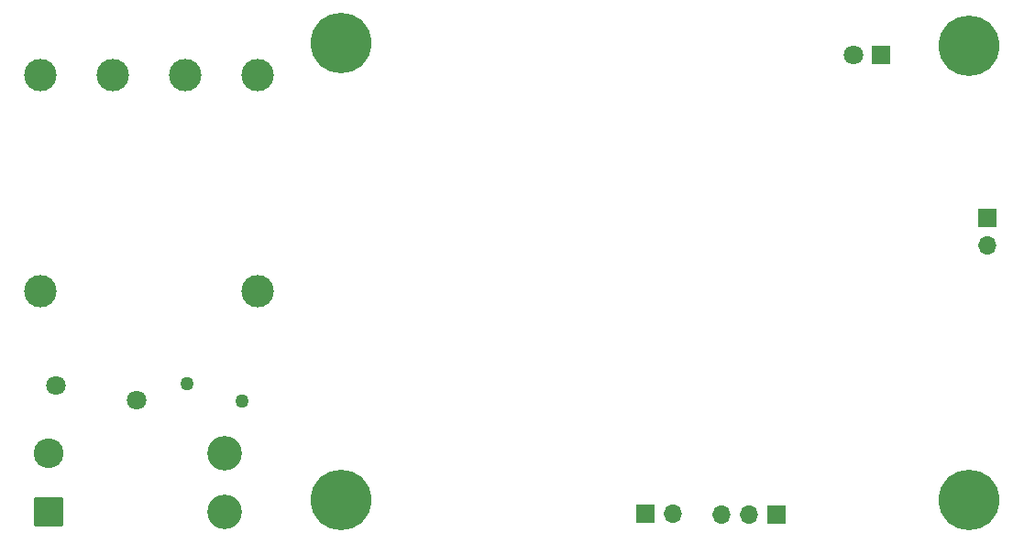
<source format=gbr>
%TF.GenerationSoftware,KiCad,Pcbnew,9.0.0*%
%TF.CreationDate,2025-04-27T17:39:42+02:00*%
%TF.ProjectId,RIAA_preamp,52494141-5f70-4726-9561-6d702e6b6963,rev?*%
%TF.SameCoordinates,Original*%
%TF.FileFunction,Soldermask,Bot*%
%TF.FilePolarity,Negative*%
%FSLAX46Y46*%
G04 Gerber Fmt 4.6, Leading zero omitted, Abs format (unit mm)*
G04 Created by KiCad (PCBNEW 9.0.0) date 2025-04-27 17:39:42*
%MOMM*%
%LPD*%
G01*
G04 APERTURE LIST*
G04 Aperture macros list*
%AMRoundRect*
0 Rectangle with rounded corners*
0 $1 Rounding radius*
0 $2 $3 $4 $5 $6 $7 $8 $9 X,Y pos of 4 corners*
0 Add a 4 corners polygon primitive as box body*
4,1,4,$2,$3,$4,$5,$6,$7,$8,$9,$2,$3,0*
0 Add four circle primitives for the rounded corners*
1,1,$1+$1,$2,$3*
1,1,$1+$1,$4,$5*
1,1,$1+$1,$6,$7*
1,1,$1+$1,$8,$9*
0 Add four rect primitives between the rounded corners*
20,1,$1+$1,$2,$3,$4,$5,0*
20,1,$1+$1,$4,$5,$6,$7,0*
20,1,$1+$1,$6,$7,$8,$9,0*
20,1,$1+$1,$8,$9,$2,$3,0*%
G04 Aperture macros list end*
%ADD10C,5.600000*%
%ADD11C,1.800000*%
%ADD12R,1.800000X1.800000*%
%ADD13C,3.200000*%
%ADD14RoundRect,0.250000X1.125000X-1.125000X1.125000X1.125000X-1.125000X1.125000X-1.125000X-1.125000X0*%
%ADD15C,2.750000*%
%ADD16R,1.700000X1.700000*%
%ADD17O,1.700000X1.700000*%
%ADD18C,3.000000*%
%ADD19C,1.270000*%
G04 APERTURE END LIST*
D10*
%TO.C,H2*%
X106500000Y-81700000D03*
%TD*%
D11*
%TO.C,RV1*%
X87648000Y-72494000D03*
X80148000Y-71094000D03*
%TD*%
D12*
%TO.C,D5*%
X156375000Y-40600000D03*
D11*
X153835000Y-40600000D03*
%TD*%
D10*
%TO.C,H1*%
X106500000Y-39450000D03*
%TD*%
%TO.C,H4*%
X164500000Y-81700000D03*
%TD*%
%TO.C,H3*%
X164500000Y-39700000D03*
%TD*%
D13*
%TO.C,J4*%
X95709000Y-82782000D03*
X95709000Y-77382000D03*
D14*
X79509000Y-82782000D03*
D15*
X79509000Y-77382000D03*
%TD*%
D16*
%TO.C,J2*%
X134625000Y-83000000D03*
D17*
X137165000Y-83000000D03*
%TD*%
D18*
%TO.C,T1*%
X78750000Y-62450000D03*
X98750000Y-62450000D03*
X98750000Y-42450000D03*
X92083333Y-42450000D03*
X85416667Y-42450000D03*
X78750000Y-42450000D03*
%TD*%
D19*
%TO.C,F1*%
X97370000Y-72594000D03*
X92270000Y-70994000D03*
%TD*%
D16*
%TO.C,J1*%
X166200000Y-55660000D03*
D17*
X166200000Y-58200000D03*
%TD*%
D16*
%TO.C,J3*%
X146725000Y-83100000D03*
D17*
X144185000Y-83100000D03*
X141645000Y-83100000D03*
%TD*%
M02*

</source>
